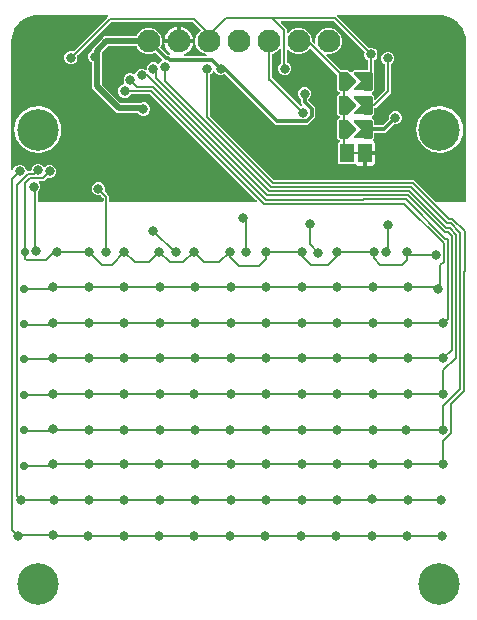
<source format=gbr>
G04 EAGLE Gerber RS-274X export*
G75*
%MOMM*%
%FSLAX34Y34*%
%LPD*%
%INBottom Copper*%
%IPPOS*%
%AMOC8*
5,1,8,0,0,1.08239X$1,22.5*%
G01*
%ADD10C,3.516000*%
%ADD11C,1.930400*%
%ADD12C,0.381000*%
%ADD13R,1.168400X1.600200*%
%ADD14R,0.635000X0.203200*%
%ADD15C,0.800100*%
%ADD16C,0.508000*%
%ADD17C,0.304800*%
%ADD18C,0.177800*%
%ADD19C,0.706400*%

G36*
X79770Y298847D02*
X79770Y298847D01*
X79872Y298855D01*
X79901Y298867D01*
X79931Y298872D01*
X80024Y298916D01*
X80119Y298954D01*
X80143Y298974D01*
X80171Y298987D01*
X80246Y299057D01*
X80325Y299122D01*
X80342Y299148D01*
X80365Y299169D01*
X80416Y299258D01*
X80473Y299343D01*
X80478Y299367D01*
X80497Y299399D01*
X80555Y299659D01*
X80552Y299697D01*
X80557Y299720D01*
X80557Y301742D01*
X80554Y301763D01*
X80556Y301783D01*
X80534Y301894D01*
X80517Y302005D01*
X80508Y302023D01*
X80504Y302044D01*
X80479Y302083D01*
X80401Y302244D01*
X80324Y302326D01*
X80297Y302370D01*
X78354Y304312D01*
X78304Y304349D01*
X78261Y304393D01*
X78198Y304427D01*
X78140Y304470D01*
X78082Y304490D01*
X78027Y304520D01*
X77957Y304534D01*
X77889Y304557D01*
X77827Y304559D01*
X77766Y304571D01*
X77719Y304563D01*
X77624Y304566D01*
X77417Y304510D01*
X77386Y304505D01*
X77219Y304435D01*
X75020Y304435D01*
X72990Y305276D01*
X71435Y306831D01*
X70594Y308861D01*
X70594Y311060D01*
X71435Y313090D01*
X72990Y314645D01*
X75020Y315486D01*
X77219Y315486D01*
X79249Y314645D01*
X80804Y313090D01*
X81645Y311060D01*
X81645Y308861D01*
X81575Y308694D01*
X81560Y308634D01*
X81536Y308577D01*
X81529Y308505D01*
X81511Y308436D01*
X81515Y308374D01*
X81509Y308312D01*
X81523Y308242D01*
X81527Y308170D01*
X81549Y308112D01*
X81561Y308051D01*
X81587Y308011D01*
X81620Y307921D01*
X81751Y307752D01*
X81768Y307726D01*
X83710Y305783D01*
X85384Y304109D01*
X85384Y299720D01*
X85400Y299618D01*
X85408Y299516D01*
X85419Y299488D01*
X85424Y299457D01*
X85469Y299365D01*
X85507Y299269D01*
X85526Y299246D01*
X85540Y299218D01*
X85610Y299143D01*
X85675Y299063D01*
X85700Y299046D01*
X85721Y299024D01*
X85810Y298973D01*
X85896Y298916D01*
X85919Y298910D01*
X85952Y298892D01*
X86211Y298834D01*
X86249Y298837D01*
X86272Y298832D01*
X209325Y298832D01*
X209376Y298839D01*
X209428Y298838D01*
X209507Y298859D01*
X209588Y298872D01*
X209635Y298894D01*
X209684Y298908D01*
X209754Y298952D01*
X209827Y298987D01*
X209865Y299023D01*
X209909Y299050D01*
X209962Y299113D01*
X210022Y299169D01*
X210047Y299213D01*
X210081Y299253D01*
X210113Y299328D01*
X210154Y299399D01*
X210165Y299450D01*
X210185Y299497D01*
X210194Y299579D01*
X210211Y299659D01*
X210207Y299710D01*
X210213Y299762D01*
X210196Y299842D01*
X210190Y299924D01*
X210171Y299972D01*
X210161Y300022D01*
X210133Y300066D01*
X210091Y300171D01*
X209978Y300310D01*
X209953Y300348D01*
X120162Y390139D01*
X120145Y390152D01*
X120132Y390168D01*
X120039Y390230D01*
X119948Y390297D01*
X119928Y390304D01*
X119911Y390316D01*
X119866Y390325D01*
X119697Y390384D01*
X119584Y390388D01*
X119534Y390399D01*
X104251Y390399D01*
X104190Y390390D01*
X104128Y390391D01*
X104059Y390370D01*
X103988Y390360D01*
X103932Y390333D01*
X103873Y390315D01*
X103813Y390275D01*
X103749Y390244D01*
X103704Y390202D01*
X103652Y390167D01*
X103624Y390128D01*
X103555Y390063D01*
X103448Y389877D01*
X103430Y389851D01*
X103361Y389683D01*
X101807Y388129D01*
X99776Y387288D01*
X97578Y387288D01*
X95547Y388129D01*
X93993Y389683D01*
X93152Y391714D01*
X93152Y393912D01*
X93993Y395943D01*
X95547Y397497D01*
X97727Y398400D01*
X97815Y398453D01*
X97906Y398500D01*
X97928Y398522D01*
X97954Y398537D01*
X98023Y398614D01*
X98096Y398686D01*
X98111Y398713D01*
X98131Y398736D01*
X98174Y398829D01*
X98223Y398920D01*
X98229Y398950D01*
X98241Y398978D01*
X98254Y399080D01*
X98274Y399180D01*
X98270Y399204D01*
X98275Y399242D01*
X98229Y399503D01*
X98212Y399537D01*
X98208Y399561D01*
X97552Y401143D01*
X97552Y403342D01*
X98393Y405372D01*
X99947Y406927D01*
X101978Y407768D01*
X104176Y407768D01*
X106255Y406907D01*
X106355Y406882D01*
X106453Y406850D01*
X106484Y406850D01*
X106513Y406843D01*
X106616Y406849D01*
X106719Y406847D01*
X106748Y406856D01*
X106779Y406858D01*
X106875Y406894D01*
X106973Y406923D01*
X106999Y406940D01*
X107028Y406951D01*
X107109Y407014D01*
X107194Y407071D01*
X107208Y407091D01*
X107238Y407114D01*
X107391Y407332D01*
X107402Y407368D01*
X107416Y407387D01*
X108172Y409213D01*
X109726Y410767D01*
X111757Y411608D01*
X113955Y411608D01*
X115962Y410777D01*
X115972Y410775D01*
X115981Y410769D01*
X116100Y410743D01*
X116220Y410713D01*
X116230Y410714D01*
X116240Y410712D01*
X116363Y410722D01*
X116485Y410729D01*
X116495Y410732D01*
X116505Y410733D01*
X116619Y410779D01*
X116734Y410822D01*
X116742Y410828D01*
X116752Y410832D01*
X116848Y410910D01*
X116944Y410985D01*
X116950Y410993D01*
X116958Y411000D01*
X117027Y411102D01*
X117097Y411202D01*
X117100Y411212D01*
X117106Y411221D01*
X117113Y411251D01*
X117178Y411455D01*
X117179Y411540D01*
X117188Y411578D01*
X117187Y411586D01*
X117190Y411598D01*
X117190Y412738D01*
X118031Y414769D01*
X119585Y416323D01*
X121616Y417164D01*
X123814Y417164D01*
X125845Y416323D01*
X126261Y415907D01*
X126270Y415900D01*
X126276Y415892D01*
X126377Y415821D01*
X126475Y415749D01*
X126485Y415745D01*
X126494Y415739D01*
X126610Y415702D01*
X126726Y415662D01*
X126737Y415661D01*
X126747Y415658D01*
X126869Y415657D01*
X126992Y415652D01*
X127002Y415655D01*
X127013Y415655D01*
X127130Y415690D01*
X127248Y415722D01*
X127257Y415728D01*
X127267Y415731D01*
X127369Y415799D01*
X127473Y415865D01*
X127479Y415873D01*
X127488Y415879D01*
X127506Y415905D01*
X127645Y416068D01*
X127682Y416155D01*
X127710Y416195D01*
X127810Y416436D01*
X129364Y417991D01*
X129588Y418083D01*
X129597Y418089D01*
X129608Y418092D01*
X129711Y418157D01*
X129816Y418221D01*
X129823Y418229D01*
X129832Y418234D01*
X129911Y418327D01*
X129993Y418419D01*
X129997Y418429D01*
X130004Y418437D01*
X130052Y418549D01*
X130103Y418661D01*
X130104Y418672D01*
X130108Y418681D01*
X130121Y418803D01*
X130136Y418925D01*
X130134Y418935D01*
X130136Y418946D01*
X130112Y419066D01*
X130090Y419187D01*
X130086Y419196D01*
X130083Y419207D01*
X130067Y419233D01*
X129969Y419423D01*
X129906Y419488D01*
X129902Y419492D01*
X129876Y419532D01*
X129815Y419594D01*
X129804Y419611D01*
X124695Y424748D01*
X124644Y424786D01*
X124600Y424831D01*
X124538Y424865D01*
X124482Y424907D01*
X124422Y424927D01*
X124366Y424958D01*
X124297Y424971D01*
X124231Y424995D01*
X124168Y424997D01*
X124106Y425009D01*
X124059Y425001D01*
X123965Y425005D01*
X123753Y424947D01*
X123725Y424943D01*
X121023Y423823D01*
X116577Y423823D01*
X112469Y425525D01*
X109325Y428669D01*
X108623Y430362D01*
X108591Y430416D01*
X108567Y430475D01*
X108522Y430530D01*
X108486Y430590D01*
X108439Y430632D01*
X108399Y430681D01*
X108340Y430720D01*
X108287Y430767D01*
X108230Y430793D01*
X108178Y430828D01*
X108131Y430838D01*
X108046Y430877D01*
X107829Y430905D01*
X107801Y430911D01*
X84824Y430860D01*
X84804Y430857D01*
X84785Y430859D01*
X84673Y430837D01*
X84561Y430819D01*
X84544Y430811D01*
X84524Y430807D01*
X84486Y430783D01*
X84322Y430703D01*
X84241Y430627D01*
X84198Y430600D01*
X79255Y425656D01*
X79242Y425640D01*
X79226Y425626D01*
X79164Y425533D01*
X79097Y425443D01*
X79090Y425423D01*
X79079Y425405D01*
X79069Y425361D01*
X79010Y425191D01*
X79006Y425079D01*
X78995Y425028D01*
X78995Y419948D01*
X78995Y398927D01*
X78998Y398906D01*
X78996Y398885D01*
X79018Y398775D01*
X79035Y398664D01*
X79044Y398645D01*
X79048Y398624D01*
X79072Y398586D01*
X79150Y398424D01*
X79227Y398342D01*
X79255Y398298D01*
X94687Y382867D01*
X94704Y382854D01*
X94717Y382838D01*
X94811Y382775D01*
X94901Y382709D01*
X94921Y382702D01*
X94938Y382690D01*
X94983Y382680D01*
X95152Y382622D01*
X95265Y382618D01*
X95315Y382606D01*
X111878Y382606D01*
X112141Y382646D01*
X112187Y382669D01*
X112218Y382674D01*
X113166Y383067D01*
X115364Y383067D01*
X117395Y382226D01*
X118949Y380671D01*
X119791Y378641D01*
X119791Y376443D01*
X118949Y374412D01*
X117395Y372858D01*
X115364Y372016D01*
X113166Y372016D01*
X111136Y372858D01*
X109776Y374217D01*
X109760Y374229D01*
X109746Y374246D01*
X109653Y374308D01*
X109562Y374375D01*
X109543Y374381D01*
X109525Y374393D01*
X109481Y374403D01*
X109311Y374462D01*
X109199Y374466D01*
X109148Y374477D01*
X91580Y374477D01*
X70865Y395191D01*
X70865Y398927D01*
X70865Y416310D01*
X70856Y416372D01*
X70857Y416434D01*
X70836Y416502D01*
X70826Y416573D01*
X70799Y416629D01*
X70781Y416688D01*
X70741Y416748D01*
X70710Y416812D01*
X70667Y416858D01*
X70633Y416909D01*
X70594Y416937D01*
X70528Y417007D01*
X70343Y417113D01*
X70317Y417131D01*
X69870Y417316D01*
X68316Y418870D01*
X67475Y420901D01*
X67475Y423099D01*
X68316Y425130D01*
X69870Y426684D01*
X70317Y426869D01*
X70370Y426901D01*
X70428Y426924D01*
X70483Y426969D01*
X70545Y427006D01*
X70586Y427053D01*
X70634Y427092D01*
X70674Y427151D01*
X70721Y427205D01*
X70747Y427261D01*
X70781Y427313D01*
X70792Y427360D01*
X70831Y427447D01*
X70859Y427659D01*
X70865Y427690D01*
X70865Y428764D01*
X79891Y437790D01*
X79892Y437791D01*
X79893Y437791D01*
X81081Y438985D01*
X82763Y438985D01*
X82764Y438985D01*
X107784Y439040D01*
X107845Y439050D01*
X107906Y439049D01*
X107975Y439070D01*
X108047Y439081D01*
X108102Y439107D01*
X108160Y439125D01*
X108221Y439165D01*
X108286Y439197D01*
X108331Y439239D01*
X108381Y439273D01*
X108409Y439312D01*
X108480Y439379D01*
X108584Y439562D01*
X108603Y439589D01*
X109325Y441331D01*
X112469Y444475D01*
X116577Y446177D01*
X121023Y446177D01*
X125131Y444475D01*
X128275Y441331D01*
X129977Y437223D01*
X129977Y432777D01*
X128831Y430011D01*
X128816Y429952D01*
X128792Y429896D01*
X128785Y429824D01*
X128767Y429753D01*
X128771Y429692D01*
X128764Y429632D01*
X128778Y429560D01*
X128783Y429487D01*
X128804Y429431D01*
X128816Y429371D01*
X128842Y429330D01*
X128876Y429239D01*
X129004Y429073D01*
X129022Y429045D01*
X134118Y423920D01*
X134136Y423906D01*
X134150Y423889D01*
X134243Y423827D01*
X134332Y423761D01*
X134353Y423754D01*
X134371Y423742D01*
X134417Y423732D01*
X134583Y423673D01*
X134697Y423669D01*
X134748Y423658D01*
X136334Y423658D01*
X136454Y423676D01*
X136573Y423691D01*
X136585Y423696D01*
X136597Y423698D01*
X136705Y423750D01*
X136816Y423800D01*
X136825Y423808D01*
X136836Y423813D01*
X136925Y423896D01*
X137015Y423976D01*
X137021Y423986D01*
X137030Y423995D01*
X137091Y424100D01*
X137153Y424203D01*
X137156Y424215D01*
X137162Y424225D01*
X137189Y424344D01*
X137218Y424461D01*
X137217Y424473D01*
X137220Y424485D01*
X137210Y424606D01*
X137204Y424726D01*
X137200Y424738D01*
X137199Y424750D01*
X137154Y424862D01*
X137112Y424975D01*
X137105Y424983D01*
X137100Y424997D01*
X136932Y425203D01*
X136880Y425238D01*
X136856Y425265D01*
X136257Y425700D01*
X134900Y427057D01*
X133772Y428610D01*
X132901Y430320D01*
X132307Y432145D01*
X132137Y433223D01*
X143311Y433223D01*
X143412Y433238D01*
X143515Y433246D01*
X143543Y433258D01*
X143574Y433263D01*
X143666Y433307D01*
X143761Y433345D01*
X143785Y433365D01*
X143813Y433378D01*
X143888Y433448D01*
X143968Y433513D01*
X143985Y433539D01*
X144007Y433560D01*
X144058Y433649D01*
X144115Y433734D01*
X144120Y433758D01*
X144139Y433790D01*
X144197Y434050D01*
X144194Y434088D01*
X144199Y434111D01*
X144199Y435001D01*
X144201Y435001D01*
X144201Y434111D01*
X144216Y434009D01*
X144225Y433907D01*
X144236Y433879D01*
X144241Y433848D01*
X144285Y433756D01*
X144324Y433660D01*
X144343Y433637D01*
X144356Y433609D01*
X144426Y433534D01*
X144491Y433454D01*
X144517Y433437D01*
X144538Y433415D01*
X144627Y433364D01*
X144712Y433307D01*
X144736Y433301D01*
X144769Y433283D01*
X145028Y433225D01*
X145066Y433228D01*
X145089Y433223D01*
X156263Y433223D01*
X156093Y432145D01*
X155499Y430320D01*
X154628Y428610D01*
X153500Y427057D01*
X152143Y425700D01*
X150590Y424572D01*
X149131Y423828D01*
X149084Y423795D01*
X149032Y423770D01*
X148977Y423718D01*
X148915Y423674D01*
X148880Y423628D01*
X148838Y423588D01*
X148800Y423522D01*
X148754Y423462D01*
X148735Y423408D01*
X148706Y423358D01*
X148690Y423283D01*
X148664Y423212D01*
X148661Y423155D01*
X148648Y423098D01*
X148655Y423022D01*
X148651Y422947D01*
X148665Y422891D01*
X148670Y422833D01*
X148698Y422763D01*
X148717Y422689D01*
X148747Y422640D01*
X148769Y422586D01*
X148817Y422527D01*
X148857Y422463D01*
X148900Y422425D01*
X148937Y422380D01*
X149000Y422338D01*
X149057Y422288D01*
X149110Y422265D01*
X149158Y422233D01*
X149206Y422222D01*
X149300Y422180D01*
X149497Y422157D01*
X149535Y422149D01*
X166954Y422149D01*
X167045Y422163D01*
X167138Y422168D01*
X167176Y422182D01*
X167217Y422189D01*
X167300Y422229D01*
X167386Y422261D01*
X167419Y422286D01*
X167456Y422304D01*
X167524Y422367D01*
X167597Y422424D01*
X167620Y422458D01*
X167650Y422486D01*
X167696Y422566D01*
X167749Y422641D01*
X167762Y422681D01*
X167782Y422716D01*
X167802Y422806D01*
X167831Y422894D01*
X167831Y422936D01*
X167840Y422976D01*
X167833Y423068D01*
X167834Y423160D01*
X167822Y423200D01*
X167819Y423241D01*
X167784Y423327D01*
X167758Y423415D01*
X167735Y423449D01*
X167720Y423488D01*
X167661Y423559D01*
X167610Y423636D01*
X167585Y423654D01*
X167552Y423694D01*
X167331Y423841D01*
X167311Y423846D01*
X167294Y423858D01*
X163269Y425525D01*
X160125Y428669D01*
X158423Y432777D01*
X158423Y437223D01*
X160125Y441331D01*
X162562Y443768D01*
X162623Y443851D01*
X162689Y443929D01*
X162701Y443957D01*
X162720Y443982D01*
X162753Y444079D01*
X162794Y444174D01*
X162797Y444204D01*
X162807Y444233D01*
X162811Y444336D01*
X162821Y444438D01*
X162815Y444468D01*
X162816Y444499D01*
X162789Y444598D01*
X162769Y444699D01*
X162756Y444719D01*
X162746Y444755D01*
X162604Y444980D01*
X162575Y445004D01*
X162562Y445024D01*
X156260Y451326D01*
X156243Y451339D01*
X156230Y451355D01*
X156137Y451417D01*
X156046Y451484D01*
X156027Y451491D01*
X156009Y451502D01*
X155965Y451512D01*
X155795Y451571D01*
X155683Y451575D01*
X155632Y451586D01*
X87368Y451586D01*
X87347Y451583D01*
X87326Y451585D01*
X87216Y451563D01*
X87105Y451546D01*
X87086Y451537D01*
X87065Y451533D01*
X87027Y451509D01*
X86866Y451431D01*
X86783Y451354D01*
X86740Y451326D01*
X58648Y423235D01*
X58611Y423185D01*
X58567Y423141D01*
X58533Y423079D01*
X58491Y423021D01*
X58470Y422962D01*
X58441Y422908D01*
X58427Y422837D01*
X58403Y422770D01*
X58401Y422708D01*
X58389Y422647D01*
X58397Y422600D01*
X58394Y422504D01*
X58450Y422297D01*
X58456Y422267D01*
X58525Y422099D01*
X58525Y419901D01*
X57684Y417870D01*
X56130Y416316D01*
X54099Y415475D01*
X51901Y415475D01*
X49870Y416316D01*
X48316Y417870D01*
X47475Y419901D01*
X47475Y422099D01*
X48316Y424130D01*
X49870Y425684D01*
X51901Y426525D01*
X54099Y426525D01*
X54267Y426456D01*
X54327Y426441D01*
X54384Y426417D01*
X54455Y426409D01*
X54525Y426392D01*
X54587Y426396D01*
X54648Y426389D01*
X54719Y426403D01*
X54790Y426407D01*
X54848Y426429D01*
X54909Y426441D01*
X54950Y426467D01*
X55039Y426500D01*
X55208Y426632D01*
X55235Y426648D01*
X83326Y454740D01*
X84529Y455943D01*
X84560Y455984D01*
X84598Y456020D01*
X84638Y456091D01*
X84687Y456157D01*
X84704Y456206D01*
X84730Y456250D01*
X84748Y456330D01*
X84774Y456408D01*
X84776Y456460D01*
X84787Y456510D01*
X84781Y456592D01*
X84784Y456674D01*
X84770Y456723D01*
X84766Y456775D01*
X84735Y456851D01*
X84714Y456930D01*
X84686Y456974D01*
X84667Y457022D01*
X84615Y457085D01*
X84571Y457154D01*
X84532Y457188D01*
X84499Y457228D01*
X84431Y457273D01*
X84369Y457326D01*
X84321Y457347D01*
X84278Y457375D01*
X84228Y457387D01*
X84124Y457431D01*
X83946Y457449D01*
X83901Y457459D01*
X25400Y457459D01*
X25357Y457453D01*
X25330Y457457D01*
X21893Y457186D01*
X21739Y457150D01*
X21689Y457145D01*
X15151Y455021D01*
X14913Y454902D01*
X14908Y454897D01*
X14903Y454895D01*
X9342Y450854D01*
X9153Y450668D01*
X9149Y450661D01*
X9146Y450658D01*
X5105Y445097D01*
X4983Y444861D01*
X4981Y444853D01*
X4979Y444849D01*
X2855Y438311D01*
X2829Y438155D01*
X2814Y438107D01*
X2543Y434670D01*
X2547Y434626D01*
X2541Y434600D01*
X2541Y326565D01*
X2555Y326474D01*
X2560Y326382D01*
X2574Y326343D01*
X2581Y326302D01*
X2621Y326219D01*
X2653Y326133D01*
X2678Y326100D01*
X2696Y326063D01*
X2759Y325995D01*
X2816Y325922D01*
X2850Y325899D01*
X2878Y325869D01*
X2958Y325823D01*
X3033Y325770D01*
X3073Y325757D01*
X3108Y325737D01*
X3198Y325717D01*
X3286Y325688D01*
X3328Y325688D01*
X3368Y325679D01*
X3460Y325686D01*
X3552Y325685D01*
X3592Y325697D01*
X3633Y325701D01*
X3719Y325735D01*
X3807Y325761D01*
X3841Y325784D01*
X3880Y325800D01*
X3951Y325858D01*
X4028Y325909D01*
X4046Y325935D01*
X4086Y325967D01*
X4233Y326188D01*
X4238Y326208D01*
X4250Y326225D01*
X5016Y328075D01*
X6570Y329629D01*
X8601Y330470D01*
X10799Y330470D01*
X12830Y329629D01*
X14384Y328075D01*
X15225Y326044D01*
X15225Y325945D01*
X15240Y325844D01*
X15249Y325742D01*
X15260Y325713D01*
X15265Y325683D01*
X15310Y325590D01*
X15348Y325495D01*
X15367Y325471D01*
X15381Y325443D01*
X15451Y325368D01*
X15515Y325289D01*
X15541Y325272D01*
X15562Y325249D01*
X15651Y325198D01*
X15737Y325141D01*
X15760Y325136D01*
X15793Y325117D01*
X16052Y325059D01*
X16090Y325062D01*
X16113Y325057D01*
X18733Y325057D01*
X18834Y325073D01*
X18936Y325081D01*
X18965Y325092D01*
X18995Y325097D01*
X19088Y325142D01*
X19183Y325180D01*
X19207Y325199D01*
X19235Y325213D01*
X19310Y325283D01*
X19389Y325348D01*
X19406Y325373D01*
X19429Y325394D01*
X19480Y325483D01*
X19537Y325569D01*
X19542Y325592D01*
X19561Y325625D01*
X19619Y325884D01*
X19616Y325922D01*
X19621Y325945D01*
X19621Y326854D01*
X20462Y328885D01*
X22016Y330439D01*
X24047Y331280D01*
X26245Y331280D01*
X28276Y330439D01*
X29884Y328831D01*
X29966Y328770D01*
X30045Y328704D01*
X30073Y328692D01*
X30098Y328673D01*
X30195Y328640D01*
X30289Y328599D01*
X30320Y328596D01*
X30349Y328586D01*
X30451Y328583D01*
X30553Y328572D01*
X30584Y328578D01*
X30614Y328577D01*
X30713Y328604D01*
X30814Y328624D01*
X30834Y328637D01*
X30871Y328647D01*
X31095Y328789D01*
X31120Y328818D01*
X31140Y328831D01*
X31795Y329487D01*
X33826Y330328D01*
X36024Y330328D01*
X38055Y329487D01*
X39609Y327932D01*
X40450Y325902D01*
X40450Y323703D01*
X39609Y321673D01*
X38055Y320118D01*
X36024Y319277D01*
X33826Y319277D01*
X33658Y319347D01*
X33598Y319362D01*
X33541Y319386D01*
X33470Y319393D01*
X33400Y319411D01*
X33338Y319407D01*
X33277Y319413D01*
X33206Y319399D01*
X33135Y319395D01*
X33077Y319373D01*
X33016Y319361D01*
X32975Y319335D01*
X32886Y319302D01*
X32717Y319171D01*
X32690Y319154D01*
X30210Y316674D01*
X26619Y316674D01*
X26568Y316666D01*
X26517Y316668D01*
X26438Y316646D01*
X26357Y316634D01*
X26310Y316612D01*
X26260Y316598D01*
X26191Y316554D01*
X26117Y316518D01*
X26080Y316483D01*
X26036Y316455D01*
X25983Y316393D01*
X25923Y316337D01*
X25897Y316292D01*
X25864Y316253D01*
X25832Y316177D01*
X25791Y316106D01*
X25780Y316056D01*
X25760Y316008D01*
X25751Y315927D01*
X25733Y315847D01*
X25738Y315795D01*
X25732Y315744D01*
X25748Y315663D01*
X25755Y315582D01*
X25774Y315534D01*
X25784Y315483D01*
X25812Y315440D01*
X25854Y315335D01*
X25967Y315196D01*
X25991Y315157D01*
X26154Y314995D01*
X26995Y312964D01*
X26995Y310766D01*
X26154Y308735D01*
X25341Y307922D01*
X25328Y307905D01*
X25312Y307892D01*
X25250Y307798D01*
X25183Y307708D01*
X25176Y307688D01*
X25165Y307671D01*
X25155Y307626D01*
X25096Y307457D01*
X25092Y307344D01*
X25081Y307294D01*
X25081Y299720D01*
X25096Y299618D01*
X25104Y299516D01*
X25116Y299488D01*
X25121Y299457D01*
X25165Y299365D01*
X25203Y299269D01*
X25223Y299246D01*
X25236Y299218D01*
X25306Y299143D01*
X25371Y299063D01*
X25397Y299046D01*
X25418Y299024D01*
X25507Y298973D01*
X25592Y298916D01*
X25616Y298910D01*
X25648Y298892D01*
X25908Y298834D01*
X25946Y298837D01*
X25969Y298832D01*
X79669Y298832D01*
X79770Y298847D01*
G37*
G36*
X386673Y298847D02*
X386673Y298847D01*
X386775Y298855D01*
X386803Y298867D01*
X386834Y298872D01*
X386926Y298916D01*
X387022Y298954D01*
X387045Y298974D01*
X387073Y298987D01*
X387148Y299057D01*
X387228Y299122D01*
X387245Y299148D01*
X387267Y299169D01*
X387318Y299258D01*
X387375Y299343D01*
X387381Y299367D01*
X387399Y299399D01*
X387457Y299659D01*
X387454Y299697D01*
X387459Y299720D01*
X387459Y434600D01*
X387453Y434643D01*
X387457Y434670D01*
X387186Y438107D01*
X387150Y438261D01*
X387145Y438311D01*
X385021Y444849D01*
X384902Y445087D01*
X384897Y445092D01*
X384895Y445097D01*
X380854Y450658D01*
X380668Y450847D01*
X380661Y450851D01*
X380658Y450854D01*
X375097Y454895D01*
X374861Y455017D01*
X374853Y455019D01*
X374849Y455021D01*
X368311Y457145D01*
X368155Y457171D01*
X368107Y457186D01*
X364670Y457457D01*
X364626Y457453D01*
X364600Y457459D01*
X279099Y457459D01*
X279048Y457452D01*
X278996Y457453D01*
X278917Y457432D01*
X278836Y457419D01*
X278789Y457397D01*
X278740Y457383D01*
X278670Y457339D01*
X278597Y457304D01*
X278559Y457269D01*
X278515Y457241D01*
X278462Y457178D01*
X278402Y457122D01*
X278377Y457078D01*
X278343Y457038D01*
X278311Y456963D01*
X278270Y456892D01*
X278259Y456841D01*
X278239Y456794D01*
X278230Y456712D01*
X278213Y456632D01*
X278217Y456581D01*
X278211Y456529D01*
X278227Y456449D01*
X278234Y456367D01*
X278253Y456319D01*
X278263Y456269D01*
X278291Y456225D01*
X278333Y456120D01*
X278446Y455981D01*
X278471Y455943D01*
X304765Y429648D01*
X304774Y429641D01*
X304779Y429636D01*
X304811Y429614D01*
X304815Y429611D01*
X304858Y429567D01*
X304921Y429533D01*
X304979Y429491D01*
X305038Y429470D01*
X305092Y429441D01*
X305163Y429427D01*
X305230Y429403D01*
X305292Y429401D01*
X305353Y429389D01*
X305400Y429397D01*
X305496Y429394D01*
X305661Y429439D01*
X305696Y429444D01*
X305711Y429452D01*
X305733Y429456D01*
X305901Y429525D01*
X308099Y429525D01*
X310130Y428684D01*
X311684Y427130D01*
X312525Y425099D01*
X312525Y422901D01*
X311684Y420870D01*
X310130Y419316D01*
X309962Y419246D01*
X309909Y419214D01*
X309851Y419191D01*
X309796Y419146D01*
X309734Y419109D01*
X309693Y419063D01*
X309645Y419024D01*
X309605Y418964D01*
X309558Y418911D01*
X309532Y418854D01*
X309498Y418803D01*
X309487Y418756D01*
X309448Y418669D01*
X309421Y418456D01*
X309414Y418426D01*
X309414Y409773D01*
X309417Y409753D01*
X309415Y409732D01*
X309437Y409621D01*
X309454Y409511D01*
X309463Y409492D01*
X309467Y409471D01*
X309491Y409432D01*
X309561Y409289D01*
X309561Y408868D01*
X309564Y408847D01*
X309562Y408825D01*
X309584Y408715D01*
X309585Y408709D01*
X309585Y394001D01*
X309576Y393976D01*
X309572Y393863D01*
X309561Y393812D01*
X309561Y393422D01*
X307947Y391808D01*
X307921Y391773D01*
X307909Y391761D01*
X307895Y391737D01*
X307886Y391725D01*
X307820Y391647D01*
X307808Y391619D01*
X307789Y391594D01*
X307756Y391497D01*
X307715Y391403D01*
X307712Y391372D01*
X307702Y391343D01*
X307699Y391240D01*
X307688Y391138D01*
X307694Y391108D01*
X307693Y391077D01*
X307720Y390978D01*
X307740Y390878D01*
X307753Y390857D01*
X307763Y390821D01*
X307905Y390597D01*
X307934Y390572D01*
X307947Y390552D01*
X309561Y388938D01*
X309561Y388548D01*
X309564Y388527D01*
X309562Y388506D01*
X309582Y388405D01*
X309585Y388369D01*
X309585Y386263D01*
X309592Y386212D01*
X309591Y386160D01*
X309612Y386081D01*
X309625Y386000D01*
X309647Y385953D01*
X309661Y385904D01*
X309705Y385834D01*
X309740Y385761D01*
X309775Y385723D01*
X309803Y385679D01*
X309866Y385626D01*
X309922Y385566D01*
X309966Y385541D01*
X310006Y385507D01*
X310081Y385475D01*
X310152Y385434D01*
X310203Y385423D01*
X310250Y385403D01*
X310332Y385394D01*
X310412Y385377D01*
X310463Y385381D01*
X310515Y385375D01*
X310595Y385391D01*
X310677Y385398D01*
X310725Y385417D01*
X310775Y385427D01*
X310819Y385455D01*
X310924Y385497D01*
X311063Y385610D01*
X311101Y385635D01*
X318636Y393170D01*
X318649Y393187D01*
X318665Y393200D01*
X318727Y393293D01*
X318794Y393384D01*
X318801Y393403D01*
X318812Y393421D01*
X318822Y393465D01*
X318881Y393635D01*
X318885Y393747D01*
X318896Y393798D01*
X318896Y414796D01*
X318887Y414857D01*
X318888Y414919D01*
X318867Y414988D01*
X318856Y415059D01*
X318829Y415114D01*
X318812Y415174D01*
X318772Y415233D01*
X318741Y415298D01*
X318698Y415343D01*
X318664Y415395D01*
X318625Y415422D01*
X318559Y415492D01*
X318374Y415598D01*
X318348Y415616D01*
X318180Y415686D01*
X316626Y417240D01*
X315785Y419271D01*
X315785Y421469D01*
X316626Y423500D01*
X318180Y425054D01*
X320211Y425895D01*
X322409Y425895D01*
X324440Y425054D01*
X325994Y423500D01*
X326835Y421469D01*
X326835Y419271D01*
X325994Y417240D01*
X324440Y415686D01*
X324272Y415616D01*
X324219Y415584D01*
X324161Y415561D01*
X324106Y415516D01*
X324044Y415479D01*
X324003Y415433D01*
X323955Y415394D01*
X323915Y415334D01*
X323868Y415281D01*
X323842Y415224D01*
X323808Y415173D01*
X323797Y415126D01*
X323758Y415039D01*
X323731Y414826D01*
X323724Y414796D01*
X323724Y391430D01*
X310900Y378606D01*
X310473Y378606D01*
X310371Y378591D01*
X310269Y378583D01*
X310241Y378571D01*
X310210Y378566D01*
X310118Y378522D01*
X310022Y378484D01*
X309999Y378464D01*
X309971Y378451D01*
X309896Y378381D01*
X309816Y378316D01*
X309799Y378290D01*
X309777Y378269D01*
X309726Y378180D01*
X309669Y378095D01*
X309663Y378071D01*
X309645Y378039D01*
X309587Y377779D01*
X309590Y377741D01*
X309585Y377718D01*
X309585Y373681D01*
X309576Y373655D01*
X309572Y373548D01*
X309563Y373506D01*
X309563Y373503D01*
X309561Y373492D01*
X309561Y373102D01*
X307947Y371488D01*
X307886Y371405D01*
X307820Y371327D01*
X307808Y371299D01*
X307789Y371274D01*
X307756Y371177D01*
X307715Y371083D01*
X307712Y371052D01*
X307702Y371023D01*
X307699Y370921D01*
X307688Y370818D01*
X307694Y370788D01*
X307693Y370757D01*
X307720Y370658D01*
X307740Y370558D01*
X307753Y370538D01*
X307763Y370501D01*
X307905Y370277D01*
X307934Y370252D01*
X307947Y370232D01*
X309561Y368618D01*
X309561Y368228D01*
X309564Y368207D01*
X309562Y368186D01*
X309584Y368075D01*
X309585Y368069D01*
X309585Y364637D01*
X309600Y364535D01*
X309608Y364433D01*
X309620Y364405D01*
X309625Y364374D01*
X309669Y364282D01*
X309707Y364186D01*
X309727Y364163D01*
X309740Y364135D01*
X309810Y364060D01*
X309875Y363980D01*
X309901Y363963D01*
X309922Y363941D01*
X310011Y363890D01*
X310096Y363833D01*
X310120Y363827D01*
X310152Y363809D01*
X310412Y363751D01*
X310450Y363754D01*
X310473Y363749D01*
X316658Y363749D01*
X316678Y363752D01*
X316699Y363750D01*
X316810Y363772D01*
X316921Y363789D01*
X316939Y363798D01*
X316960Y363802D01*
X316999Y363826D01*
X317160Y363904D01*
X317242Y363981D01*
X317286Y364009D01*
X321875Y368598D01*
X321887Y368615D01*
X321903Y368628D01*
X321966Y368721D01*
X322032Y368812D01*
X322039Y368831D01*
X322051Y368849D01*
X322061Y368893D01*
X322120Y369063D01*
X322124Y369175D01*
X322135Y369226D01*
X322135Y371171D01*
X322976Y373201D01*
X324530Y374756D01*
X326561Y375597D01*
X328759Y375597D01*
X330790Y374756D01*
X332344Y373201D01*
X333185Y371171D01*
X333185Y368972D01*
X332344Y366942D01*
X330790Y365387D01*
X328759Y364546D01*
X326814Y364546D01*
X326794Y364543D01*
X326773Y364545D01*
X326662Y364523D01*
X326551Y364506D01*
X326533Y364497D01*
X326512Y364493D01*
X326473Y364469D01*
X326312Y364391D01*
X326230Y364314D01*
X326186Y364286D01*
X321597Y359697D01*
X319551Y357651D01*
X310473Y357651D01*
X310371Y357636D01*
X310269Y357628D01*
X310241Y357616D01*
X310210Y357611D01*
X310118Y357567D01*
X310022Y357529D01*
X309999Y357509D01*
X309971Y357496D01*
X309896Y357426D01*
X309816Y357361D01*
X309799Y357335D01*
X309777Y357314D01*
X309726Y357225D01*
X309669Y357140D01*
X309663Y357116D01*
X309645Y357084D01*
X309587Y356824D01*
X309590Y356786D01*
X309585Y356763D01*
X309585Y353361D01*
X309576Y353335D01*
X309572Y353223D01*
X309561Y353172D01*
X309561Y352782D01*
X308692Y351913D01*
X308642Y351844D01*
X308584Y351781D01*
X308563Y351738D01*
X308535Y351699D01*
X308507Y351618D01*
X308470Y351541D01*
X308463Y351494D01*
X308447Y351448D01*
X308444Y351363D01*
X308432Y351278D01*
X308440Y351231D01*
X308438Y351183D01*
X308461Y351100D01*
X308474Y351015D01*
X308496Y350972D01*
X308508Y350926D01*
X308554Y350854D01*
X308592Y350777D01*
X308618Y350753D01*
X308651Y350702D01*
X308853Y350530D01*
X308868Y350523D01*
X308876Y350516D01*
X309382Y350224D01*
X309855Y349751D01*
X310190Y349172D01*
X310363Y348526D01*
X310363Y341967D01*
X302869Y341967D01*
X302768Y341952D01*
X302665Y341943D01*
X302637Y341932D01*
X302606Y341927D01*
X302514Y341883D01*
X302419Y341844D01*
X302395Y341825D01*
X302367Y341812D01*
X302292Y341742D01*
X302212Y341677D01*
X302195Y341651D01*
X302173Y341630D01*
X302122Y341541D01*
X302065Y341456D01*
X302060Y341432D01*
X302041Y341399D01*
X301983Y341140D01*
X301986Y341102D01*
X301981Y341079D01*
X301981Y340189D01*
X301091Y340189D01*
X300990Y340174D01*
X300887Y340165D01*
X300859Y340154D01*
X300828Y340149D01*
X300736Y340105D01*
X300641Y340066D01*
X300617Y340047D01*
X300589Y340034D01*
X300514Y339964D01*
X300434Y339899D01*
X300417Y339873D01*
X300395Y339852D01*
X300344Y339763D01*
X300287Y339678D01*
X300281Y339654D01*
X300263Y339621D01*
X300205Y339362D01*
X300208Y339324D01*
X300203Y339301D01*
X300203Y329648D01*
X295803Y329648D01*
X295157Y329821D01*
X294578Y330156D01*
X294270Y330464D01*
X294187Y330525D01*
X294109Y330592D01*
X294080Y330604D01*
X294056Y330622D01*
X293959Y330656D01*
X293864Y330696D01*
X293834Y330699D01*
X293805Y330709D01*
X293702Y330713D01*
X293600Y330723D01*
X293570Y330717D01*
X293539Y330718D01*
X293440Y330691D01*
X293339Y330671D01*
X293328Y330664D01*
X280266Y330664D01*
X279373Y331557D01*
X279373Y348823D01*
X280348Y349797D01*
X280409Y349880D01*
X280475Y349958D01*
X280487Y349986D01*
X280505Y350011D01*
X280539Y350108D01*
X280579Y350202D01*
X280583Y350233D01*
X280593Y350262D01*
X280596Y350365D01*
X280607Y350467D01*
X280601Y350497D01*
X280602Y350528D01*
X280575Y350627D01*
X280555Y350727D01*
X280542Y350748D01*
X280532Y350784D01*
X280389Y351008D01*
X280361Y351033D01*
X280348Y351053D01*
X278619Y352782D01*
X278619Y353172D01*
X278616Y353193D01*
X278618Y353214D01*
X278596Y353324D01*
X278595Y353331D01*
X278595Y368039D01*
X278604Y368065D01*
X278608Y368177D01*
X278619Y368228D01*
X278619Y368618D01*
X280233Y370232D01*
X280294Y370315D01*
X280360Y370393D01*
X280372Y370421D01*
X280391Y370446D01*
X280424Y370543D01*
X280465Y370637D01*
X280468Y370668D01*
X280478Y370697D01*
X280481Y370800D01*
X280492Y370902D01*
X280486Y370932D01*
X280487Y370963D01*
X280460Y371062D01*
X280440Y371162D01*
X280427Y371183D01*
X280417Y371219D01*
X280275Y371443D01*
X280246Y371468D01*
X280233Y371488D01*
X278619Y373102D01*
X278619Y373492D01*
X278616Y373513D01*
X278618Y373534D01*
X278596Y373644D01*
X278595Y373651D01*
X278595Y388359D01*
X278604Y388385D01*
X278606Y388447D01*
X278615Y388484D01*
X278612Y388515D01*
X278619Y388548D01*
X278619Y388938D01*
X280233Y390552D01*
X280294Y390635D01*
X280360Y390713D01*
X280372Y390741D01*
X280391Y390766D01*
X280424Y390863D01*
X280465Y390957D01*
X280468Y390988D01*
X280478Y391017D01*
X280481Y391119D01*
X280492Y391222D01*
X280486Y391252D01*
X280487Y391283D01*
X280460Y391382D01*
X280440Y391482D01*
X280427Y391502D01*
X280417Y391539D01*
X280341Y391659D01*
X280340Y391660D01*
X280339Y391663D01*
X280275Y391763D01*
X280246Y391788D01*
X280233Y391808D01*
X278619Y393422D01*
X278619Y393812D01*
X278616Y393833D01*
X278618Y393854D01*
X278596Y393964D01*
X278595Y393971D01*
X278595Y405963D01*
X278592Y405984D01*
X278594Y406005D01*
X278572Y406115D01*
X278555Y406226D01*
X278546Y406245D01*
X278542Y406266D01*
X278518Y406304D01*
X278440Y406465D01*
X278363Y406548D01*
X278335Y406591D01*
X256394Y428532D01*
X256312Y428593D01*
X256234Y428659D01*
X256205Y428671D01*
X256181Y428690D01*
X256084Y428723D01*
X255989Y428764D01*
X255958Y428767D01*
X255929Y428777D01*
X255827Y428781D01*
X255725Y428791D01*
X255695Y428785D01*
X255664Y428786D01*
X255565Y428759D01*
X255464Y428739D01*
X255444Y428726D01*
X255407Y428716D01*
X255183Y428574D01*
X255158Y428545D01*
X255138Y428532D01*
X252131Y425525D01*
X248023Y423823D01*
X243577Y423823D01*
X239469Y425525D01*
X237411Y427583D01*
X237370Y427613D01*
X237334Y427651D01*
X237263Y427692D01*
X237197Y427740D01*
X237148Y427757D01*
X237104Y427783D01*
X237024Y427801D01*
X236946Y427828D01*
X236894Y427830D01*
X236844Y427841D01*
X236762Y427834D01*
X236680Y427837D01*
X236631Y427823D01*
X236579Y427819D01*
X236503Y427789D01*
X236424Y427767D01*
X236380Y427739D01*
X236332Y427720D01*
X236269Y427668D01*
X236200Y427624D01*
X236166Y427585D01*
X236126Y427553D01*
X236081Y427484D01*
X236028Y427422D01*
X236007Y427374D01*
X235979Y427331D01*
X235967Y427281D01*
X235923Y427177D01*
X235905Y426999D01*
X235895Y426955D01*
X235895Y417625D01*
X235904Y417564D01*
X235903Y417502D01*
X235924Y417433D01*
X235935Y417362D01*
X235961Y417307D01*
X235979Y417247D01*
X236019Y417188D01*
X236050Y417123D01*
X236093Y417078D01*
X236127Y417026D01*
X236166Y416999D01*
X236232Y416929D01*
X236418Y416823D01*
X236443Y416805D01*
X237223Y416482D01*
X238777Y414927D01*
X239618Y412897D01*
X239618Y410698D01*
X238777Y408668D01*
X237223Y407113D01*
X235192Y406272D01*
X232994Y406272D01*
X230963Y407113D01*
X229409Y408668D01*
X228568Y410698D01*
X228568Y412897D01*
X229409Y414927D01*
X230807Y416325D01*
X230820Y416342D01*
X230836Y416355D01*
X230898Y416449D01*
X230965Y416539D01*
X230972Y416559D01*
X230983Y416577D01*
X230993Y416621D01*
X230996Y416628D01*
X231007Y416648D01*
X231016Y416685D01*
X231052Y416790D01*
X231055Y416860D01*
X231065Y416908D01*
X231063Y416934D01*
X231067Y416953D01*
X231067Y427717D01*
X231060Y427768D01*
X231061Y427819D01*
X231040Y427898D01*
X231027Y427979D01*
X231005Y428026D01*
X230991Y428076D01*
X230947Y428145D01*
X230912Y428219D01*
X230877Y428256D01*
X230849Y428300D01*
X230786Y428353D01*
X230730Y428413D01*
X230686Y428439D01*
X230646Y428472D01*
X230571Y428504D01*
X230500Y428545D01*
X230449Y428556D01*
X230402Y428576D01*
X230320Y428585D01*
X230240Y428603D01*
X230189Y428599D01*
X230137Y428604D01*
X230057Y428588D01*
X229975Y428581D01*
X229927Y428562D01*
X229877Y428552D01*
X229833Y428524D01*
X229728Y428482D01*
X229589Y428369D01*
X229551Y428345D01*
X226731Y425525D01*
X223962Y424378D01*
X223909Y424346D01*
X223851Y424323D01*
X223796Y424277D01*
X223734Y424241D01*
X223693Y424194D01*
X223645Y424155D01*
X223605Y424095D01*
X223558Y424042D01*
X223532Y423986D01*
X223498Y423934D01*
X223487Y423887D01*
X223448Y423800D01*
X223421Y423588D01*
X223414Y423557D01*
X223414Y404273D01*
X223417Y404252D01*
X223415Y404231D01*
X223437Y404121D01*
X223454Y404010D01*
X223463Y403991D01*
X223467Y403971D01*
X223491Y403932D01*
X223569Y403771D01*
X223646Y403688D01*
X223674Y403645D01*
X247218Y380101D01*
X247268Y380064D01*
X247311Y380020D01*
X247374Y379986D01*
X247432Y379943D01*
X247490Y379923D01*
X247545Y379893D01*
X247615Y379879D01*
X247683Y379856D01*
X247745Y379854D01*
X247806Y379842D01*
X247853Y379850D01*
X247949Y379847D01*
X248155Y379903D01*
X248186Y379908D01*
X248250Y379935D01*
X248258Y379940D01*
X248269Y379943D01*
X248373Y380009D01*
X248477Y380072D01*
X248484Y380080D01*
X248493Y380086D01*
X248573Y380180D01*
X248654Y380271D01*
X248658Y380280D01*
X248665Y380288D01*
X248713Y380401D01*
X248764Y380513D01*
X248765Y380523D01*
X248769Y380533D01*
X248782Y380655D01*
X248798Y380776D01*
X248796Y380787D01*
X248797Y380797D01*
X248773Y380918D01*
X248752Y381038D01*
X248747Y381047D01*
X248745Y381058D01*
X248728Y381084D01*
X248630Y381275D01*
X248563Y381343D01*
X248538Y381383D01*
X247776Y382145D01*
X247776Y385392D01*
X247773Y385413D01*
X247775Y385434D01*
X247753Y385544D01*
X247736Y385655D01*
X247727Y385674D01*
X247723Y385694D01*
X247699Y385733D01*
X247621Y385894D01*
X247544Y385977D01*
X247516Y386020D01*
X246141Y387395D01*
X245300Y389426D01*
X245300Y391624D01*
X246141Y393655D01*
X247695Y395209D01*
X249726Y396050D01*
X251924Y396050D01*
X253955Y395209D01*
X255509Y393655D01*
X256350Y391624D01*
X256350Y389426D01*
X255509Y387395D01*
X254134Y386020D01*
X254121Y386003D01*
X254105Y385990D01*
X254043Y385896D01*
X253976Y385806D01*
X253969Y385786D01*
X253958Y385769D01*
X253948Y385724D01*
X253889Y385555D01*
X253885Y385442D01*
X253874Y385392D01*
X253874Y385038D01*
X253877Y385018D01*
X253875Y384997D01*
X253897Y384886D01*
X253914Y384776D01*
X253923Y384757D01*
X253927Y384736D01*
X253951Y384698D01*
X254029Y384536D01*
X254106Y384454D01*
X254134Y384410D01*
X259804Y378740D01*
X259804Y370165D01*
X255786Y366148D01*
X255786Y366147D01*
X253740Y364101D01*
X226582Y364101D01*
X183989Y406694D01*
X183906Y406755D01*
X183828Y406822D01*
X183800Y406834D01*
X183775Y406852D01*
X183678Y406886D01*
X183583Y406926D01*
X183553Y406929D01*
X183524Y406939D01*
X183421Y406943D01*
X183319Y406953D01*
X183289Y406947D01*
X183259Y406948D01*
X183159Y406921D01*
X183058Y406901D01*
X183038Y406888D01*
X183002Y406879D01*
X182942Y406840D01*
X180804Y405955D01*
X178606Y405955D01*
X176575Y406796D01*
X175021Y408350D01*
X174764Y408969D01*
X174738Y409013D01*
X174720Y409062D01*
X174669Y409127D01*
X174627Y409197D01*
X174589Y409231D01*
X174557Y409272D01*
X174490Y409319D01*
X174429Y409374D01*
X174382Y409395D01*
X174339Y409425D01*
X174261Y409450D01*
X174187Y409484D01*
X174135Y409490D01*
X174086Y409506D01*
X174004Y409507D01*
X173923Y409517D01*
X173872Y409509D01*
X173821Y409509D01*
X173742Y409486D01*
X173661Y409472D01*
X173615Y409448D01*
X173566Y409433D01*
X173498Y409388D01*
X173425Y409350D01*
X173388Y409314D01*
X173345Y409285D01*
X173315Y409243D01*
X173235Y409164D01*
X173149Y409007D01*
X173123Y408969D01*
X172992Y408653D01*
X171438Y407098D01*
X171270Y407029D01*
X171217Y406997D01*
X171159Y406974D01*
X171104Y406929D01*
X171042Y406892D01*
X171001Y406845D01*
X170953Y406806D01*
X170913Y406747D01*
X170866Y406693D01*
X170840Y406637D01*
X170806Y406585D01*
X170795Y406538D01*
X170756Y406451D01*
X170729Y406239D01*
X170722Y406208D01*
X170722Y371920D01*
X170725Y371899D01*
X170723Y371878D01*
X170745Y371768D01*
X170762Y371657D01*
X170771Y371638D01*
X170775Y371617D01*
X170799Y371579D01*
X170877Y371418D01*
X170954Y371335D01*
X170982Y371292D01*
X224386Y317888D01*
X224403Y317875D01*
X224416Y317859D01*
X224509Y317797D01*
X224600Y317730D01*
X224619Y317723D01*
X224637Y317712D01*
X224681Y317702D01*
X224851Y317643D01*
X224963Y317639D01*
X225014Y317628D01*
X343391Y317628D01*
X361927Y299092D01*
X361944Y299079D01*
X361957Y299063D01*
X362050Y299001D01*
X362141Y298934D01*
X362160Y298927D01*
X362178Y298916D01*
X362222Y298906D01*
X362392Y298847D01*
X362504Y298843D01*
X362555Y298832D01*
X386571Y298832D01*
X386673Y298847D01*
G37*
%LPC*%
G36*
X18776Y340845D02*
X18776Y340845D01*
X11523Y345032D01*
X6600Y351808D01*
X4859Y360000D01*
X6600Y368192D01*
X11523Y374968D01*
X18776Y379155D01*
X27105Y380031D01*
X35070Y377442D01*
X35307Y377229D01*
X41226Y371900D01*
X41227Y371900D01*
X41294Y371839D01*
X44701Y364188D01*
X44701Y355812D01*
X41294Y348161D01*
X35070Y342557D01*
X27105Y339969D01*
X18776Y340845D01*
G37*
%LPD*%
%LPC*%
G36*
X358776Y340845D02*
X358776Y340845D01*
X351523Y345032D01*
X346600Y351808D01*
X344859Y360000D01*
X346600Y368192D01*
X351523Y374968D01*
X358776Y379155D01*
X367105Y380031D01*
X375070Y377442D01*
X375307Y377229D01*
X381226Y371900D01*
X381227Y371900D01*
X381294Y371839D01*
X384701Y364188D01*
X384701Y355812D01*
X381294Y348161D01*
X375070Y342557D01*
X367105Y339969D01*
X358776Y340845D01*
G37*
%LPD*%
G36*
X290145Y408967D02*
X290145Y408967D01*
X290185Y408966D01*
X290276Y408991D01*
X290369Y409008D01*
X290394Y409023D01*
X290441Y409036D01*
X290558Y409110D01*
X290599Y409130D01*
X290620Y409150D01*
X290665Y409178D01*
X290683Y409199D01*
X290698Y409208D01*
X291535Y410014D01*
X291541Y410022D01*
X291547Y410026D01*
X292287Y410767D01*
X293336Y410747D01*
X293346Y410748D01*
X293352Y410747D01*
X303698Y410747D01*
X303800Y410762D01*
X303902Y410770D01*
X303930Y410782D01*
X303961Y410787D01*
X304053Y410831D01*
X304149Y410869D01*
X304172Y410889D01*
X304200Y410902D01*
X304275Y410972D01*
X304355Y411037D01*
X304372Y411063D01*
X304394Y411084D01*
X304445Y411173D01*
X304502Y411258D01*
X304508Y411282D01*
X304526Y411314D01*
X304584Y411574D01*
X304584Y411577D01*
X304584Y411578D01*
X304581Y411613D01*
X304586Y411635D01*
X304586Y418426D01*
X304577Y418487D01*
X304578Y418549D01*
X304557Y418618D01*
X304546Y418689D01*
X304519Y418744D01*
X304502Y418804D01*
X304462Y418863D01*
X304431Y418928D01*
X304388Y418973D01*
X304354Y419025D01*
X304315Y419052D01*
X304249Y419122D01*
X304064Y419228D01*
X304038Y419246D01*
X303870Y419316D01*
X302316Y420870D01*
X301475Y422901D01*
X301475Y425099D01*
X301544Y425267D01*
X301559Y425327D01*
X301583Y425384D01*
X301591Y425455D01*
X301608Y425525D01*
X301604Y425587D01*
X301611Y425648D01*
X301597Y425719D01*
X301593Y425790D01*
X301571Y425848D01*
X301559Y425909D01*
X301533Y425950D01*
X301499Y426039D01*
X301368Y426208D01*
X301352Y426235D01*
X275840Y451746D01*
X275823Y451759D01*
X275810Y451775D01*
X275717Y451837D01*
X275626Y451904D01*
X275607Y451911D01*
X275589Y451922D01*
X275545Y451932D01*
X275375Y451991D01*
X275263Y451995D01*
X275212Y452006D01*
X231373Y452006D01*
X231322Y451999D01*
X231271Y452000D01*
X231192Y451979D01*
X231111Y451966D01*
X231064Y451944D01*
X231014Y451930D01*
X230945Y451886D01*
X230871Y451851D01*
X230834Y451816D01*
X230790Y451788D01*
X230737Y451725D01*
X230677Y451669D01*
X230651Y451625D01*
X230618Y451585D01*
X230586Y451510D01*
X230545Y451439D01*
X230534Y451388D01*
X230514Y451341D01*
X230505Y451259D01*
X230487Y451179D01*
X230491Y451128D01*
X230486Y451076D01*
X230502Y450996D01*
X230509Y450914D01*
X230528Y450866D01*
X230538Y450816D01*
X230566Y450772D01*
X230608Y450667D01*
X230721Y450528D01*
X230745Y450490D01*
X235895Y445341D01*
X235895Y443045D01*
X235902Y442994D01*
X235901Y442943D01*
X235922Y442864D01*
X235935Y442783D01*
X235957Y442736D01*
X235971Y442686D01*
X236015Y442617D01*
X236050Y442543D01*
X236085Y442506D01*
X236113Y442462D01*
X236176Y442409D01*
X236232Y442349D01*
X236276Y442323D01*
X236316Y442290D01*
X236391Y442258D01*
X236462Y442217D01*
X236513Y442206D01*
X236560Y442186D01*
X236642Y442177D01*
X236722Y442159D01*
X236773Y442163D01*
X236825Y442158D01*
X236905Y442174D01*
X236987Y442181D01*
X237035Y442200D01*
X237085Y442210D01*
X237129Y442238D01*
X237234Y442280D01*
X237373Y442393D01*
X237411Y442417D01*
X239469Y444475D01*
X243577Y446177D01*
X248023Y446177D01*
X252131Y444475D01*
X255275Y441331D01*
X256977Y437223D01*
X256977Y435145D01*
X256980Y435124D01*
X256978Y435103D01*
X257000Y434993D01*
X257017Y434882D01*
X257026Y434863D01*
X257030Y434842D01*
X257054Y434804D01*
X257132Y434643D01*
X257209Y434560D01*
X257237Y434517D01*
X258507Y433247D01*
X258548Y433216D01*
X258584Y433178D01*
X258655Y433138D01*
X258721Y433089D01*
X258770Y433072D01*
X258814Y433046D01*
X258894Y433028D01*
X258972Y433002D01*
X259024Y433000D01*
X259074Y432989D01*
X259156Y432995D01*
X259238Y432992D01*
X259287Y433006D01*
X259339Y433010D01*
X259415Y433041D01*
X259494Y433062D01*
X259538Y433090D01*
X259586Y433109D01*
X259649Y433161D01*
X259718Y433205D01*
X259752Y433244D01*
X259792Y433277D01*
X259837Y433345D01*
X259890Y433407D01*
X259911Y433455D01*
X259939Y433498D01*
X259951Y433548D01*
X259995Y433652D01*
X260013Y433830D01*
X260023Y433875D01*
X260023Y437223D01*
X261725Y441331D01*
X264869Y444475D01*
X268977Y446177D01*
X273423Y446177D01*
X277531Y444475D01*
X280675Y441331D01*
X282377Y437223D01*
X282377Y432777D01*
X280675Y428669D01*
X277531Y425525D01*
X273423Y423823D01*
X270075Y423823D01*
X270024Y423816D01*
X269972Y423817D01*
X269893Y423796D01*
X269812Y423783D01*
X269765Y423761D01*
X269716Y423747D01*
X269646Y423703D01*
X269573Y423668D01*
X269535Y423633D01*
X269491Y423605D01*
X269438Y423542D01*
X269378Y423486D01*
X269353Y423442D01*
X269319Y423402D01*
X269287Y423327D01*
X269246Y423256D01*
X269235Y423205D01*
X269215Y423158D01*
X269206Y423076D01*
X269189Y422996D01*
X269193Y422945D01*
X269187Y422893D01*
X269203Y422813D01*
X269210Y422731D01*
X269229Y422683D01*
X269239Y422633D01*
X269267Y422589D01*
X269309Y422484D01*
X269422Y422345D01*
X269447Y422307D01*
X280747Y411007D01*
X280761Y410996D01*
X280772Y410983D01*
X280774Y410981D01*
X280777Y410978D01*
X280870Y410916D01*
X280961Y410849D01*
X280980Y410842D01*
X280998Y410831D01*
X281042Y410821D01*
X281212Y410762D01*
X281324Y410758D01*
X281375Y410747D01*
X287927Y410747D01*
X289454Y409220D01*
X289464Y409213D01*
X289469Y409206D01*
X289507Y409181D01*
X289530Y409164D01*
X289601Y409102D01*
X289636Y409086D01*
X289668Y409062D01*
X289757Y409031D01*
X289843Y408993D01*
X289882Y408988D01*
X289919Y408975D01*
X290013Y408972D01*
X290107Y408960D01*
X290145Y408967D01*
G37*
G36*
X307078Y393467D02*
X307078Y393467D01*
X307136Y393465D01*
X307218Y393487D01*
X307302Y393499D01*
X307355Y393523D01*
X307411Y393537D01*
X307484Y393580D01*
X307561Y393615D01*
X307606Y393653D01*
X307656Y393683D01*
X307714Y393744D01*
X307778Y393799D01*
X307810Y393847D01*
X307850Y393890D01*
X307889Y393965D01*
X307936Y394035D01*
X307953Y394091D01*
X307980Y394143D01*
X307991Y394211D01*
X308021Y394306D01*
X308024Y394406D01*
X308035Y394474D01*
X308035Y408206D01*
X308027Y408264D01*
X308029Y408322D01*
X308007Y408404D01*
X307995Y408488D01*
X307972Y408541D01*
X307957Y408597D01*
X307914Y408670D01*
X307879Y408747D01*
X307841Y408792D01*
X307812Y408842D01*
X307750Y408900D01*
X307696Y408964D01*
X307647Y408996D01*
X307604Y409036D01*
X307529Y409075D01*
X307459Y409122D01*
X307403Y409139D01*
X307351Y409166D01*
X307283Y409177D01*
X307188Y409207D01*
X307088Y409210D01*
X307020Y409221D01*
X293320Y409221D01*
X293301Y409219D01*
X293281Y409221D01*
X293160Y409199D01*
X293039Y409181D01*
X293021Y409173D01*
X293001Y409170D01*
X292891Y409115D01*
X292779Y409065D01*
X292764Y409052D01*
X292746Y409044D01*
X292656Y408961D01*
X292562Y408882D01*
X292551Y408865D01*
X292537Y408852D01*
X292472Y408747D01*
X292405Y408645D01*
X292399Y408626D01*
X292388Y408609D01*
X292356Y408491D01*
X292319Y408374D01*
X292318Y408354D01*
X292313Y408335D01*
X292315Y408213D01*
X292311Y408090D01*
X292316Y408071D01*
X292317Y408051D01*
X292352Y407933D01*
X292383Y407815D01*
X292393Y407798D01*
X292399Y407779D01*
X292441Y407718D01*
X292529Y407570D01*
X292566Y407535D01*
X292589Y407502D01*
X298523Y401340D01*
X292589Y395178D01*
X292577Y395162D01*
X292562Y395150D01*
X292494Y395047D01*
X292422Y394948D01*
X292415Y394929D01*
X292405Y394913D01*
X292367Y394796D01*
X292326Y394680D01*
X292325Y394661D01*
X292319Y394642D01*
X292316Y394519D01*
X292308Y394397D01*
X292312Y394377D01*
X292311Y394358D01*
X292342Y394239D01*
X292369Y394119D01*
X292378Y394102D01*
X292383Y394083D01*
X292446Y393977D01*
X292505Y393869D01*
X292518Y393855D01*
X292529Y393838D01*
X292618Y393754D01*
X292704Y393667D01*
X292721Y393657D01*
X292736Y393644D01*
X292845Y393588D01*
X292952Y393528D01*
X292971Y393523D01*
X292989Y393514D01*
X293062Y393502D01*
X293229Y393463D01*
X293280Y393465D01*
X293320Y393459D01*
X307020Y393459D01*
X307078Y393467D01*
G37*
G36*
X307078Y373147D02*
X307078Y373147D01*
X307136Y373145D01*
X307218Y373167D01*
X307302Y373179D01*
X307355Y373203D01*
X307411Y373217D01*
X307484Y373260D01*
X307561Y373295D01*
X307606Y373333D01*
X307656Y373363D01*
X307714Y373424D01*
X307778Y373479D01*
X307810Y373527D01*
X307850Y373570D01*
X307889Y373645D01*
X307936Y373715D01*
X307953Y373771D01*
X307980Y373823D01*
X307991Y373891D01*
X308021Y373986D01*
X308024Y374086D01*
X308035Y374154D01*
X308035Y387886D01*
X308027Y387944D01*
X308029Y388002D01*
X308007Y388084D01*
X307995Y388168D01*
X307972Y388221D01*
X307957Y388277D01*
X307914Y388350D01*
X307879Y388427D01*
X307841Y388472D01*
X307812Y388522D01*
X307750Y388580D01*
X307696Y388644D01*
X307647Y388676D01*
X307604Y388716D01*
X307529Y388755D01*
X307459Y388802D01*
X307403Y388819D01*
X307351Y388846D01*
X307283Y388857D01*
X307188Y388887D01*
X307088Y388890D01*
X307020Y388901D01*
X293320Y388901D01*
X293301Y388899D01*
X293281Y388901D01*
X293160Y388879D01*
X293039Y388861D01*
X293021Y388853D01*
X293001Y388850D01*
X292891Y388795D01*
X292779Y388745D01*
X292764Y388732D01*
X292746Y388724D01*
X292656Y388641D01*
X292562Y388562D01*
X292551Y388545D01*
X292537Y388532D01*
X292472Y388427D01*
X292405Y388325D01*
X292399Y388306D01*
X292388Y388289D01*
X292356Y388171D01*
X292319Y388054D01*
X292318Y388034D01*
X292313Y388015D01*
X292315Y387893D01*
X292311Y387770D01*
X292316Y387751D01*
X292317Y387731D01*
X292352Y387613D01*
X292383Y387495D01*
X292393Y387478D01*
X292399Y387459D01*
X292441Y387398D01*
X292529Y387250D01*
X292566Y387215D01*
X292589Y387182D01*
X298523Y381020D01*
X292589Y374858D01*
X292577Y374842D01*
X292562Y374830D01*
X292494Y374727D01*
X292422Y374628D01*
X292415Y374609D01*
X292405Y374593D01*
X292367Y374476D01*
X292326Y374360D01*
X292325Y374341D01*
X292319Y374322D01*
X292316Y374199D01*
X292308Y374077D01*
X292312Y374057D01*
X292311Y374038D01*
X292342Y373919D01*
X292369Y373799D01*
X292378Y373782D01*
X292383Y373763D01*
X292446Y373657D01*
X292505Y373549D01*
X292518Y373535D01*
X292529Y373518D01*
X292618Y373434D01*
X292704Y373347D01*
X292721Y373337D01*
X292736Y373324D01*
X292845Y373268D01*
X292952Y373208D01*
X292971Y373203D01*
X292989Y373194D01*
X293062Y373182D01*
X293229Y373143D01*
X293280Y373145D01*
X293320Y373139D01*
X307020Y373139D01*
X307078Y373147D01*
G37*
G36*
X307078Y352827D02*
X307078Y352827D01*
X307136Y352825D01*
X307218Y352847D01*
X307302Y352859D01*
X307355Y352883D01*
X307411Y352897D01*
X307484Y352940D01*
X307561Y352975D01*
X307606Y353013D01*
X307656Y353043D01*
X307714Y353104D01*
X307778Y353159D01*
X307810Y353207D01*
X307850Y353250D01*
X307889Y353325D01*
X307936Y353395D01*
X307953Y353451D01*
X307980Y353503D01*
X307991Y353571D01*
X308021Y353666D01*
X308024Y353766D01*
X308035Y353834D01*
X308035Y367566D01*
X308027Y367624D01*
X308029Y367682D01*
X308007Y367764D01*
X307995Y367848D01*
X307972Y367901D01*
X307957Y367957D01*
X307914Y368030D01*
X307879Y368107D01*
X307841Y368152D01*
X307812Y368202D01*
X307750Y368260D01*
X307696Y368324D01*
X307647Y368356D01*
X307604Y368396D01*
X307529Y368435D01*
X307459Y368482D01*
X307403Y368499D01*
X307351Y368526D01*
X307283Y368537D01*
X307188Y368567D01*
X307088Y368570D01*
X307020Y368581D01*
X293320Y368581D01*
X293301Y368579D01*
X293281Y368581D01*
X293160Y368559D01*
X293039Y368541D01*
X293021Y368533D01*
X293001Y368530D01*
X292891Y368475D01*
X292779Y368425D01*
X292764Y368412D01*
X292746Y368404D01*
X292656Y368321D01*
X292562Y368242D01*
X292551Y368225D01*
X292537Y368212D01*
X292472Y368107D01*
X292405Y368005D01*
X292399Y367986D01*
X292388Y367969D01*
X292356Y367851D01*
X292319Y367734D01*
X292318Y367714D01*
X292313Y367695D01*
X292315Y367573D01*
X292311Y367450D01*
X292316Y367431D01*
X292317Y367411D01*
X292352Y367293D01*
X292383Y367175D01*
X292393Y367158D01*
X292399Y367139D01*
X292441Y367078D01*
X292529Y366930D01*
X292566Y366895D01*
X292589Y366862D01*
X298523Y360700D01*
X292589Y354538D01*
X292577Y354522D01*
X292562Y354510D01*
X292494Y354407D01*
X292422Y354308D01*
X292415Y354289D01*
X292405Y354273D01*
X292367Y354156D01*
X292326Y354040D01*
X292325Y354021D01*
X292319Y354002D01*
X292316Y353879D01*
X292308Y353757D01*
X292312Y353737D01*
X292311Y353718D01*
X292342Y353599D01*
X292369Y353479D01*
X292378Y353462D01*
X292383Y353443D01*
X292446Y353337D01*
X292505Y353229D01*
X292518Y353215D01*
X292529Y353198D01*
X292618Y353114D01*
X292704Y353027D01*
X292721Y353017D01*
X292736Y353004D01*
X292845Y352948D01*
X292952Y352888D01*
X292971Y352883D01*
X292989Y352874D01*
X293062Y352862D01*
X293229Y352823D01*
X293280Y352825D01*
X293320Y352819D01*
X307020Y352819D01*
X307078Y352827D01*
G37*
G36*
X287480Y393474D02*
X287480Y393474D01*
X287587Y393481D01*
X287621Y393494D01*
X287657Y393499D01*
X287754Y393542D01*
X287854Y393579D01*
X287879Y393598D01*
X287916Y393615D01*
X288074Y393748D01*
X288120Y393784D01*
X294486Y400650D01*
X294508Y400682D01*
X294536Y400709D01*
X294589Y400798D01*
X294648Y400883D01*
X294660Y400920D01*
X294680Y400954D01*
X294706Y401054D01*
X294739Y401153D01*
X294741Y401192D01*
X294750Y401230D01*
X294747Y401333D01*
X294752Y401437D01*
X294742Y401475D01*
X294741Y401514D01*
X294709Y401612D01*
X294685Y401713D01*
X294666Y401747D01*
X294654Y401785D01*
X294609Y401848D01*
X294545Y401960D01*
X294491Y402012D01*
X294459Y402058D01*
X287593Y408924D01*
X287523Y408976D01*
X287459Y409036D01*
X287410Y409062D01*
X287366Y409095D01*
X287284Y409126D01*
X287206Y409166D01*
X287159Y409174D01*
X287100Y409196D01*
X286952Y409208D01*
X286875Y409221D01*
X281160Y409221D01*
X281102Y409213D01*
X281044Y409215D01*
X280962Y409193D01*
X280879Y409181D01*
X280825Y409158D01*
X280769Y409143D01*
X280696Y409100D01*
X280619Y409065D01*
X280574Y409027D01*
X280524Y408998D01*
X280466Y408936D01*
X280402Y408882D01*
X280370Y408833D01*
X280330Y408790D01*
X280291Y408715D01*
X280245Y408645D01*
X280227Y408589D01*
X280200Y408537D01*
X280189Y408469D01*
X280159Y408374D01*
X280156Y408274D01*
X280145Y408206D01*
X280145Y394474D01*
X280153Y394416D01*
X280151Y394358D01*
X280173Y394276D01*
X280185Y394193D01*
X280209Y394139D01*
X280223Y394083D01*
X280266Y394010D01*
X280301Y393933D01*
X280339Y393888D01*
X280369Y393838D01*
X280430Y393780D01*
X280485Y393716D01*
X280533Y393684D01*
X280576Y393644D01*
X280651Y393605D01*
X280721Y393559D01*
X280777Y393541D01*
X280829Y393514D01*
X280897Y393503D01*
X280992Y393473D01*
X281092Y393470D01*
X281160Y393459D01*
X287375Y393459D01*
X287480Y393474D01*
G37*
G36*
X287480Y373154D02*
X287480Y373154D01*
X287587Y373161D01*
X287621Y373174D01*
X287657Y373179D01*
X287754Y373222D01*
X287854Y373259D01*
X287879Y373278D01*
X287916Y373295D01*
X288074Y373428D01*
X288120Y373464D01*
X294486Y380330D01*
X294508Y380362D01*
X294536Y380389D01*
X294589Y380478D01*
X294648Y380563D01*
X294660Y380600D01*
X294680Y380634D01*
X294706Y380734D01*
X294739Y380833D01*
X294741Y380872D01*
X294750Y380910D01*
X294747Y381013D01*
X294752Y381117D01*
X294742Y381155D01*
X294741Y381194D01*
X294709Y381292D01*
X294685Y381393D01*
X294666Y381427D01*
X294654Y381465D01*
X294609Y381528D01*
X294545Y381640D01*
X294491Y381692D01*
X294459Y381738D01*
X287593Y388604D01*
X287523Y388656D01*
X287459Y388716D01*
X287410Y388742D01*
X287366Y388775D01*
X287284Y388806D01*
X287206Y388846D01*
X287159Y388854D01*
X287100Y388876D01*
X286952Y388888D01*
X286875Y388901D01*
X281160Y388901D01*
X281102Y388893D01*
X281044Y388895D01*
X280962Y388873D01*
X280879Y388861D01*
X280825Y388838D01*
X280769Y388823D01*
X280696Y388780D01*
X280619Y388745D01*
X280574Y388707D01*
X280524Y388678D01*
X280466Y388616D01*
X280402Y388562D01*
X280370Y388513D01*
X280330Y388470D01*
X280291Y388395D01*
X280245Y388325D01*
X280227Y388269D01*
X280200Y388217D01*
X280189Y388149D01*
X280159Y388054D01*
X280156Y387954D01*
X280145Y387886D01*
X280145Y374154D01*
X280153Y374096D01*
X280151Y374038D01*
X280173Y373956D01*
X280185Y373873D01*
X280209Y373819D01*
X280223Y373763D01*
X280266Y373690D01*
X280301Y373613D01*
X280339Y373568D01*
X280369Y373518D01*
X280430Y373460D01*
X280485Y373396D01*
X280533Y373364D01*
X280576Y373324D01*
X280651Y373285D01*
X280721Y373239D01*
X280777Y373221D01*
X280829Y373194D01*
X280897Y373183D01*
X280992Y373153D01*
X281092Y373150D01*
X281160Y373139D01*
X287375Y373139D01*
X287480Y373154D01*
G37*
G36*
X287480Y352834D02*
X287480Y352834D01*
X287587Y352841D01*
X287621Y352854D01*
X287657Y352859D01*
X287754Y352902D01*
X287854Y352939D01*
X287879Y352958D01*
X287916Y352975D01*
X288074Y353108D01*
X288120Y353144D01*
X294486Y360010D01*
X294508Y360042D01*
X294536Y360069D01*
X294589Y360158D01*
X294648Y360243D01*
X294660Y360280D01*
X294680Y360314D01*
X294706Y360414D01*
X294739Y360513D01*
X294741Y360552D01*
X294750Y360590D01*
X294747Y360693D01*
X294752Y360797D01*
X294742Y360835D01*
X294741Y360874D01*
X294709Y360972D01*
X294685Y361073D01*
X294666Y361107D01*
X294654Y361145D01*
X294609Y361208D01*
X294545Y361320D01*
X294491Y361372D01*
X294459Y361418D01*
X287593Y368284D01*
X287523Y368336D01*
X287459Y368396D01*
X287410Y368422D01*
X287366Y368455D01*
X287284Y368486D01*
X287206Y368526D01*
X287159Y368534D01*
X287100Y368556D01*
X286952Y368568D01*
X286875Y368581D01*
X281160Y368581D01*
X281102Y368573D01*
X281044Y368575D01*
X280962Y368553D01*
X280879Y368541D01*
X280825Y368518D01*
X280769Y368503D01*
X280696Y368460D01*
X280619Y368425D01*
X280574Y368387D01*
X280524Y368358D01*
X280466Y368296D01*
X280402Y368242D01*
X280370Y368193D01*
X280330Y368150D01*
X280291Y368075D01*
X280245Y368005D01*
X280227Y367949D01*
X280200Y367897D01*
X280189Y367829D01*
X280159Y367734D01*
X280156Y367634D01*
X280145Y367566D01*
X280145Y353834D01*
X280153Y353776D01*
X280151Y353718D01*
X280173Y353636D01*
X280185Y353553D01*
X280209Y353499D01*
X280223Y353443D01*
X280266Y353370D01*
X280301Y353293D01*
X280339Y353248D01*
X280369Y353198D01*
X280430Y353140D01*
X280485Y353076D01*
X280533Y353044D01*
X280576Y353004D01*
X280651Y352965D01*
X280721Y352919D01*
X280777Y352901D01*
X280829Y352874D01*
X280897Y352863D01*
X280992Y352833D01*
X281092Y352830D01*
X281160Y352819D01*
X287375Y352819D01*
X287480Y352834D01*
G37*
%LPC*%
G36*
X145977Y436777D02*
X145977Y436777D01*
X145977Y447063D01*
X147055Y446893D01*
X148880Y446299D01*
X150590Y445428D01*
X152143Y444300D01*
X153500Y442943D01*
X154628Y441390D01*
X155499Y439680D01*
X156093Y437855D01*
X156263Y436777D01*
X145977Y436777D01*
G37*
%LPD*%
%LPC*%
G36*
X132137Y436777D02*
X132137Y436777D01*
X132307Y437855D01*
X132901Y439680D01*
X133772Y441390D01*
X134900Y442943D01*
X136257Y444300D01*
X137810Y445428D01*
X139520Y446299D01*
X141345Y446893D01*
X142423Y447063D01*
X142423Y436777D01*
X132137Y436777D01*
G37*
%LPD*%
%LPC*%
G36*
X303757Y329648D02*
X303757Y329648D01*
X303757Y338413D01*
X310363Y338413D01*
X310363Y331854D01*
X310190Y331208D01*
X309855Y330629D01*
X309382Y330156D01*
X308803Y329821D01*
X308157Y329648D01*
X303757Y329648D01*
G37*
%LPD*%
D10*
X25000Y360000D03*
X365000Y360000D03*
D11*
X118800Y435000D03*
X144200Y435000D03*
X169600Y435000D03*
X195000Y435000D03*
X220400Y435000D03*
X245800Y435000D03*
X271200Y435000D03*
D12*
X282025Y354985D02*
X285835Y354985D01*
X282025Y354985D02*
X282025Y366415D01*
X285835Y366415D01*
X285835Y354985D01*
X285835Y358604D02*
X282025Y358604D01*
X282025Y362223D02*
X285835Y362223D01*
X285835Y365842D02*
X282025Y365842D01*
X302345Y354985D02*
X306155Y354985D01*
X302345Y354985D02*
X302345Y366415D01*
X306155Y366415D01*
X306155Y354985D01*
X306155Y358604D02*
X302345Y358604D01*
X302345Y362223D02*
X306155Y362223D01*
X306155Y365842D02*
X302345Y365842D01*
X285835Y395625D02*
X282025Y395625D01*
X282025Y407055D01*
X285835Y407055D01*
X285835Y395625D01*
X285835Y399244D02*
X282025Y399244D01*
X282025Y402863D02*
X285835Y402863D01*
X285835Y406482D02*
X282025Y406482D01*
X302345Y395625D02*
X306155Y395625D01*
X302345Y395625D02*
X302345Y407055D01*
X306155Y407055D01*
X306155Y395625D01*
X306155Y399244D02*
X302345Y399244D01*
X302345Y402863D02*
X306155Y402863D01*
X306155Y406482D02*
X302345Y406482D01*
X285835Y375305D02*
X282025Y375305D01*
X282025Y386735D01*
X285835Y386735D01*
X285835Y375305D01*
X285835Y378924D02*
X282025Y378924D01*
X282025Y382543D02*
X285835Y382543D01*
X285835Y386162D02*
X282025Y386162D01*
X302345Y375305D02*
X306155Y375305D01*
X302345Y375305D02*
X302345Y386735D01*
X306155Y386735D01*
X306155Y375305D01*
X306155Y378924D02*
X302345Y378924D01*
X302345Y382543D02*
X306155Y382543D01*
X306155Y386162D02*
X302345Y386162D01*
D13*
X286740Y340190D03*
X301980Y340190D03*
D14*
X294360Y340190D03*
D10*
X25000Y-25000D03*
X365000Y-25000D03*
D15*
X114265Y377542D03*
D16*
X113265Y378542D01*
X93263Y378542D01*
X74930Y396875D01*
X74930Y422000D01*
X74930Y427080D01*
X82770Y434920D01*
X118800Y435000D01*
D15*
X73000Y422000D03*
D16*
X74930Y422000D01*
D17*
X304250Y360700D02*
X318289Y360700D01*
X327660Y370072D01*
D15*
X327660Y370072D03*
X250825Y390525D03*
D17*
X256755Y377478D02*
X256755Y371428D01*
X252478Y367150D01*
X250825Y383408D02*
X250825Y390525D01*
X250825Y383408D02*
X256755Y377478D01*
X252478Y367150D02*
X227845Y367150D01*
X183515Y411480D02*
X179705Y411480D01*
D15*
X179705Y411480D03*
D17*
X183515Y411480D02*
X227845Y367150D01*
X179705Y411480D02*
X172085Y419100D01*
X137028Y419100D02*
X135519Y420609D01*
X133111Y420609D01*
X118800Y435000D01*
X137028Y419100D02*
X172085Y419100D01*
D15*
X58420Y365760D03*
X7620Y378460D03*
X34830Y426100D03*
X90170Y422910D03*
X179070Y379730D03*
X295910Y417830D03*
X344170Y421640D03*
X358140Y333375D03*
X381000Y378460D03*
X203200Y355600D03*
X311150Y437515D03*
X267335Y410210D03*
X249453Y374453D03*
D18*
X221513Y402393D01*
X221000Y402393D01*
X221000Y434320D01*
X220400Y435000D01*
X304250Y381020D02*
X309900Y381020D01*
X321310Y392430D02*
X321310Y420370D01*
D15*
X321310Y420370D03*
D18*
X321310Y392430D02*
X309900Y381020D01*
D15*
X234093Y411798D03*
D18*
X233481Y412410D01*
X233481Y444341D01*
X223402Y454420D01*
X184020Y454420D02*
X170300Y440700D01*
X184020Y454420D02*
X223402Y454420D01*
D15*
X53000Y421000D03*
D18*
X86000Y454000D01*
X157000Y454000D02*
X169610Y441390D01*
X170300Y440700D01*
X157000Y454000D02*
X86000Y454000D01*
X223402Y454420D02*
X276580Y454420D01*
X307000Y424000D01*
D15*
X307000Y424000D03*
D18*
X169600Y435000D02*
X169600Y441390D01*
X169610Y441390D01*
X304250Y401340D02*
X307000Y404090D01*
X307000Y424000D01*
X283930Y401340D02*
X283930Y381020D01*
X283930Y360700D01*
X283930Y340190D01*
X286740Y340190D01*
X283930Y381020D02*
X283930Y404410D01*
X253420Y434920D01*
X245800Y435000D01*
D15*
X361900Y253746D03*
D18*
X339940Y253746D01*
X337146Y256540D01*
D15*
X41171Y256667D03*
D18*
X337146Y256540D02*
X337146Y249555D01*
X333336Y245745D01*
X314960Y245745D01*
X309245Y251460D01*
X309245Y256540D01*
X278250Y256540D01*
X278250Y252730D01*
X270630Y245110D01*
X255870Y245110D01*
X248250Y252730D01*
X248250Y256540D01*
X218363Y256540D01*
X218363Y250825D01*
X212013Y244475D01*
X195235Y244475D01*
X187615Y252095D01*
X187615Y256540D01*
X178725Y247650D01*
X165658Y247650D01*
X156768Y256540D01*
X147878Y247650D01*
X136448Y247650D01*
X127558Y256540D01*
X118668Y247650D02*
X107140Y247650D01*
X98250Y256540D01*
X118668Y247650D02*
X127558Y256540D01*
X87455Y245745D02*
X79045Y245745D01*
X68250Y256540D01*
X87455Y245745D02*
X98250Y256540D01*
X68250Y256540D02*
X38735Y256540D01*
X38862Y256667D02*
X41171Y256667D01*
D15*
X68250Y256540D03*
X98250Y256540D03*
X127558Y256540D03*
X156768Y256540D03*
X187615Y256540D03*
X218363Y256540D03*
X248250Y256540D03*
X278250Y256540D03*
X309245Y256540D03*
X337146Y256540D03*
D19*
X14385Y256398D03*
D18*
X14385Y250556D02*
X15385Y249555D01*
X14385Y250556D02*
X14385Y256398D01*
X15385Y249555D02*
X31750Y249555D01*
X38735Y256540D01*
X38862Y256667D01*
X14385Y256398D02*
X14385Y314740D01*
X18733Y319088D02*
X29210Y319088D01*
X34925Y324803D01*
D15*
X34925Y324803D03*
D18*
X18733Y319088D02*
X14385Y314740D01*
D15*
X363805Y225425D03*
D18*
X362535Y226695D01*
X365710Y226695D01*
X361900Y226695D02*
X338416Y226695D01*
D15*
X37576Y226695D03*
D18*
X308416Y226695D02*
X338416Y226695D01*
X308416Y226695D02*
X278250Y226695D01*
X248250Y226695D01*
X218363Y226695D01*
X188250Y226695D01*
X158250Y226695D01*
X128250Y226695D01*
X98250Y226695D01*
X68250Y226695D01*
X37576Y226695D01*
D15*
X68250Y226695D03*
X98250Y226695D03*
X128250Y226695D03*
X158250Y226695D03*
X188250Y226695D03*
X218363Y226695D03*
X248250Y226695D03*
X278250Y226695D03*
X308416Y226695D03*
X338416Y226695D03*
D19*
X13242Y225298D03*
D18*
X36179Y225298D02*
X37576Y226695D01*
X36179Y225298D02*
X13242Y225298D01*
X368567Y248063D02*
X368567Y263893D01*
X365710Y245206D02*
X365710Y226695D01*
X365710Y245206D02*
X368567Y248063D01*
X368567Y263893D02*
X335280Y297180D01*
X120902Y392813D02*
X98677Y392813D01*
D15*
X98677Y392813D03*
D18*
X216535Y297180D02*
X335280Y297180D01*
X216535Y297180D02*
X120902Y392813D01*
X363170Y225425D02*
X363805Y225425D01*
X363170Y225425D02*
X361900Y226695D01*
D15*
X368250Y196215D03*
D18*
X338416Y196215D01*
D15*
X38100Y196215D03*
D18*
X308416Y196215D02*
X338416Y196215D01*
X308416Y196215D02*
X278250Y196215D01*
X248250Y196215D01*
X218363Y196215D01*
X188250Y196215D01*
X158250Y196215D01*
X128250Y196215D01*
X98250Y196215D01*
X68250Y196215D01*
X38100Y196215D01*
D15*
X68250Y196215D03*
X98250Y196215D03*
X128250Y196215D03*
X158250Y196215D03*
X188250Y196215D03*
X218363Y196215D03*
X248250Y196215D03*
X278250Y196215D03*
X308416Y196215D03*
X338416Y196215D03*
D19*
X12988Y195580D03*
D18*
X36830Y194945D02*
X38100Y196215D01*
X36830Y194945D02*
X13369Y194945D01*
X12988Y195580D01*
X368250Y196215D02*
X371806Y199771D01*
X371806Y246273D01*
X372123Y246590D01*
X372123Y267399D02*
X370091Y267399D01*
X372123Y267399D02*
X372123Y246590D01*
X336499Y300990D02*
X300355Y300990D01*
X336499Y300990D02*
X370091Y267399D01*
D15*
X103077Y402243D03*
D18*
X108951Y396369D01*
X122375Y396369D01*
X300101Y300736D02*
X300355Y300990D01*
X218008Y300736D02*
X122375Y396369D01*
X218008Y300736D02*
X300101Y300736D01*
D15*
X368250Y166370D03*
X37576Y166370D03*
D18*
X339598Y166370D02*
X368250Y166370D01*
X339598Y166370D02*
X338416Y166370D01*
X308416Y166370D02*
X278250Y166370D01*
X248250Y166370D01*
X218363Y166370D01*
X188250Y166370D01*
X158250Y166370D01*
X128250Y166370D01*
X98250Y166370D01*
X68250Y166370D01*
X37576Y166370D01*
D15*
X68250Y166370D03*
X98250Y166370D03*
X128250Y166370D03*
X158250Y166370D03*
X188250Y166370D03*
X218363Y166370D03*
X248250Y166370D03*
X278250Y166370D03*
X308416Y166370D03*
X338416Y166370D03*
D19*
X12988Y165481D03*
D18*
X36687Y165481D02*
X37576Y166370D01*
X36687Y165481D02*
X12988Y165481D01*
X375362Y173482D02*
X375362Y244800D01*
X375679Y245117D01*
X375679Y269634D01*
X372263Y273050D01*
X369468Y273050D01*
X117690Y406083D02*
X112856Y406083D01*
D15*
X112856Y406083D03*
D18*
X337972Y304546D02*
X369468Y273050D01*
X337972Y304546D02*
X219227Y304546D01*
X117690Y406083D01*
X368250Y166370D02*
X375362Y173482D01*
X338416Y166370D02*
X308416Y166370D01*
X338416Y166370D02*
X338416Y166370D01*
D15*
X368250Y136525D03*
D18*
X338416Y136525D02*
X308416Y136525D01*
X278250Y136525D01*
X248250Y136525D01*
X218363Y136525D01*
X188250Y136525D01*
X156768Y136525D01*
X128250Y136525D01*
X98250Y136525D01*
X68250Y136525D01*
X38211Y136525D01*
X37576Y135890D01*
D15*
X37576Y135890D03*
X68250Y136525D03*
X98250Y136525D03*
X128250Y136525D03*
X156768Y136525D03*
X188250Y136525D03*
X218363Y136525D03*
X248250Y136525D03*
X278250Y136525D03*
X308416Y136525D03*
X338416Y136525D03*
D19*
X12988Y135382D03*
D18*
X37068Y135382D02*
X37576Y135890D01*
X37068Y135382D02*
X12988Y135382D01*
X368250Y156306D02*
X378918Y166974D01*
X378918Y243327D02*
X379235Y243644D01*
X373736Y276606D02*
X370941Y276606D01*
X379235Y271107D02*
X379235Y243644D01*
X379235Y271107D02*
X373736Y276606D01*
X378918Y243327D02*
X378918Y166974D01*
D15*
X122715Y411639D03*
D18*
X124715Y409639D01*
X124715Y404087D01*
X220700Y308102D01*
X339445Y308102D02*
X370941Y276606D01*
X339445Y308102D02*
X220700Y308102D01*
X368250Y156306D02*
X368250Y136525D01*
X338416Y136525D01*
D15*
X368250Y106045D03*
D18*
X336941Y106045D01*
X308416Y106045D01*
X278250Y106045D01*
X248250Y106045D01*
X217805Y106045D01*
X187960Y106045D01*
X158250Y106045D01*
X128250Y106045D01*
X98250Y106045D01*
X68250Y106045D01*
X38211Y106045D01*
X37576Y106680D01*
D15*
X37576Y106680D03*
X68250Y106045D03*
X98250Y106045D03*
X128250Y106045D03*
X158250Y106045D03*
X187960Y106045D03*
X217805Y106045D03*
X248250Y106045D03*
X278250Y106045D03*
X308416Y106045D03*
X336941Y106045D03*
D19*
X12988Y105664D03*
D18*
X13692Y105410D02*
X14099Y104902D01*
X13692Y105410D02*
X13242Y105410D01*
X12988Y105664D01*
X14099Y104902D02*
X35798Y104902D01*
X37576Y106680D01*
X368250Y106045D02*
X368250Y126461D01*
X382474Y140685D01*
X382474Y241854D02*
X382791Y242171D01*
X382791Y272580D01*
X382474Y241854D02*
X382474Y140685D01*
X374371Y281000D02*
X371576Y281000D01*
X132494Y401337D02*
X132494Y413307D01*
D15*
X132494Y413307D03*
D18*
X374371Y281000D02*
X382791Y272580D01*
X371576Y281000D02*
X340918Y311658D01*
X222173Y311658D01*
X132494Y401337D01*
D15*
X368250Y76835D03*
D18*
X338416Y76835D01*
D15*
X37576Y76835D03*
D18*
X308416Y76835D02*
X338416Y76835D01*
X308416Y76835D02*
X278250Y76835D01*
X248250Y76835D01*
X218363Y76835D01*
X188250Y76835D01*
X158250Y76835D01*
X127558Y76835D01*
X98250Y76835D01*
X68250Y76835D01*
X37576Y76835D01*
D15*
X68250Y76835D03*
X98250Y76835D03*
X127558Y76835D03*
X158250Y76835D03*
X188250Y76835D03*
X218363Y76835D03*
X248250Y76835D03*
X278250Y76835D03*
X308416Y76835D03*
X338416Y76835D03*
D19*
X13369Y75311D03*
D18*
X36052Y75311D02*
X37576Y76835D01*
X36052Y75311D02*
X13369Y75311D01*
X368250Y76835D02*
X368250Y96616D01*
X374917Y103283D01*
X374917Y128099D01*
X386030Y139212D01*
X386030Y240381D01*
X386347Y240698D01*
X386347Y274053D01*
D15*
X168308Y411783D03*
D18*
X168308Y370552D01*
X223646Y315214D02*
X342391Y315214D01*
X373049Y284556D01*
X375844Y284556D01*
X223646Y315214D02*
X168308Y370552D01*
X375844Y284556D02*
X386347Y274053D01*
D15*
X366358Y46355D03*
X338416Y46355D03*
D18*
X366358Y46355D01*
D15*
X307781Y46990D03*
D18*
X308416Y46355D01*
X338416Y46355D01*
D15*
X278250Y46355D03*
D18*
X307146Y46355D01*
X307781Y46990D01*
D15*
X248250Y46355D03*
D18*
X278250Y46355D01*
X248250Y46355D02*
X217805Y46355D01*
D15*
X38250Y46355D03*
D18*
X188250Y46355D02*
X217805Y46355D01*
X188250Y46355D02*
X158250Y46355D01*
X128250Y46355D01*
X98250Y46355D01*
X68250Y46355D01*
X38250Y46355D01*
D15*
X68250Y46355D03*
X98250Y46355D03*
X128250Y46355D03*
X158250Y46355D03*
X188250Y46355D03*
X217805Y46355D03*
X10448Y46355D03*
D18*
X38250Y46355D01*
X10448Y46355D02*
X6985Y49818D01*
X6985Y312801D01*
D15*
X25146Y325755D03*
D18*
X22035Y322644D01*
X16828Y322644D01*
X6985Y312801D01*
D15*
X21470Y311865D03*
D18*
X22667Y310668D01*
X22667Y258008D01*
X23683Y256992D01*
D15*
X23683Y256992D03*
X198581Y285663D03*
X201585Y256540D03*
D18*
X201585Y282659D02*
X198581Y285663D01*
X201585Y282659D02*
X201585Y256540D01*
D15*
X255270Y280035D03*
D18*
X255270Y262890D01*
X262255Y255905D01*
D15*
X262255Y255905D03*
X321310Y279585D03*
X319963Y256540D03*
D18*
X321310Y257888D01*
X321310Y279585D01*
D15*
X76120Y309961D03*
D18*
X82971Y303110D01*
X82971Y256540D01*
D15*
X82971Y256540D03*
X141605Y256540D03*
X122873Y274545D03*
D18*
X140877Y256540D01*
X141605Y256540D01*
D15*
X8416Y16230D03*
D18*
X8887Y16702D01*
X37500Y16702D01*
D15*
X37500Y16702D03*
X67500Y16230D03*
D18*
X37972Y16230D01*
X37500Y16702D01*
D15*
X97500Y16230D03*
D18*
X67500Y16230D01*
D15*
X127500Y16230D03*
D18*
X97500Y16230D01*
D15*
X157500Y16230D03*
D18*
X127500Y16230D01*
D15*
X187500Y16230D03*
D18*
X157500Y16230D01*
D15*
X217500Y16230D03*
D18*
X187500Y16230D01*
D15*
X247500Y16230D03*
D18*
X217500Y16230D01*
D15*
X277500Y16230D03*
D18*
X247500Y16230D01*
D15*
X307500Y16230D03*
D18*
X277500Y16230D01*
D15*
X337500Y16230D03*
D18*
X307500Y16230D01*
D15*
X367500Y16230D03*
D18*
X337500Y16230D01*
X8416Y16230D02*
X3429Y21217D01*
X3429Y318674D02*
X9700Y324945D01*
D15*
X9700Y324945D03*
D18*
X3429Y318674D02*
X3429Y21217D01*
M02*

</source>
